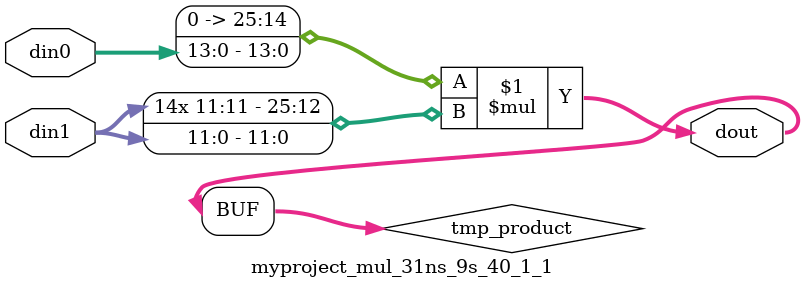
<source format=v>

`timescale 1 ns / 1 ps

  module myproject_mul_31ns_9s_40_1_1(din0, din1, dout);
parameter ID = 1;
parameter NUM_STAGE = 0;
parameter din0_WIDTH = 14;
parameter din1_WIDTH = 12;
parameter dout_WIDTH = 26;

input [din0_WIDTH - 1 : 0] din0; 
input [din1_WIDTH - 1 : 0] din1; 
output [dout_WIDTH - 1 : 0] dout;

wire signed [dout_WIDTH - 1 : 0] tmp_product;











assign tmp_product = $signed({1'b0, din0}) * $signed(din1);










assign dout = tmp_product;







endmodule

</source>
